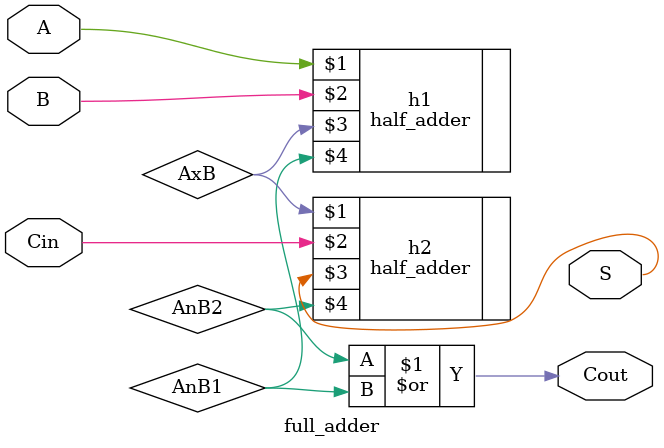
<source format=v>
module full_adder (
    input A,
    input B,
    input Cin,
    output S,
    output Cout
);
wire AxB, AnB1, AnB2;

half_adder h1(
    A,
    B,
    AxB,
    AnB1
);
half_adder h2(
    AxB,
    Cin,
    S,
    AnB2
);
or o1 (Cout,AnB2,AnB1);
endmodule

  
</source>
